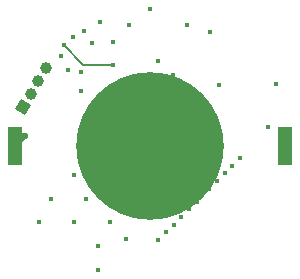
<source format=gbr>
%TF.GenerationSoftware,KiCad,Pcbnew,(6.0.11)*%
%TF.CreationDate,2023-02-20T14:16:24+01:00*%
%TF.ProjectId,cockTag,636f636b-5461-4672-9e6b-696361645f70,rev?*%
%TF.SameCoordinates,Original*%
%TF.FileFunction,Copper,L4,Bot*%
%TF.FilePolarity,Positive*%
%FSLAX46Y46*%
G04 Gerber Fmt 4.6, Leading zero omitted, Abs format (unit mm)*
G04 Created by KiCad (PCBNEW (6.0.11)) date 2023-02-20 14:16:24*
%MOMM*%
%LPD*%
G01*
G04 APERTURE LIST*
G04 Aperture macros list*
%AMHorizOval*
0 Thick line with rounded ends*
0 $1 width*
0 $2 $3 position (X,Y) of the first rounded end (center of the circle)*
0 $4 $5 position (X,Y) of the second rounded end (center of the circle)*
0 Add line between two ends*
20,1,$1,$2,$3,$4,$5,0*
0 Add two circle primitives to create the rounded ends*
1,1,$1,$2,$3*
1,1,$1,$4,$5*%
%AMRotRect*
0 Rectangle, with rotation*
0 The origin of the aperture is its center*
0 $1 length*
0 $2 width*
0 $3 Rotation angle, in degrees counterclockwise*
0 Add horizontal line*
21,1,$1,$2,0,0,$3*%
G04 Aperture macros list end*
%TA.AperFunction,ComponentPad*%
%ADD10RotRect,1.000000X1.000000X150.000000*%
%TD*%
%TA.AperFunction,ComponentPad*%
%ADD11HorizOval,1.000000X0.000000X0.000000X0.000000X0.000000X0*%
%TD*%
%TA.AperFunction,SMDPad,CuDef*%
%ADD12R,1.300000X3.200000*%
%TD*%
%TA.AperFunction,SMDPad,CuDef*%
%ADD13O,12.500000X12.500000*%
%TD*%
%TA.AperFunction,ViaPad*%
%ADD14C,0.450000*%
%TD*%
%TA.AperFunction,ViaPad*%
%ADD15C,0.600000*%
%TD*%
%TA.AperFunction,Conductor*%
%ADD16C,0.400000*%
%TD*%
%TA.AperFunction,Conductor*%
%ADD17C,0.200000*%
%TD*%
G04 APERTURE END LIST*
D10*
%TO.P,J1,1,Pin_1*%
%TO.N,GND*%
X139450000Y-96745449D03*
D11*
%TO.P,J1,2,Pin_2*%
%TO.N,SWDCLK*%
X140085000Y-95645597D03*
%TO.P,J1,3,Pin_3*%
%TO.N,SWDIO*%
X140720000Y-94545744D03*
%TO.P,J1,4,Pin_4*%
%TO.N,BOOT*%
X141355000Y-93445892D03*
%TD*%
D12*
%TO.P,BT1,1,+*%
%TO.N,VCC*%
X138750000Y-100000000D03*
X161650000Y-100000000D03*
D13*
%TO.P,BT1,2,-*%
%TO.N,GND*%
X150200000Y-100000000D03*
%TD*%
D14*
%TO.N,GND*%
X151800000Y-104500000D03*
X151175000Y-101525000D03*
X153331910Y-101793192D03*
X156000000Y-94900000D03*
X150850000Y-108000000D03*
X155000000Y-101800000D03*
X145800000Y-110500000D03*
X146800000Y-106500000D03*
X154575000Y-103050000D03*
X145299702Y-91300130D03*
X155275500Y-98600000D03*
X146000000Y-89500000D03*
X152650000Y-98900000D03*
X150200000Y-88400000D03*
X143700000Y-90800000D03*
X154186058Y-104738942D03*
X151124459Y-100725000D03*
X152200000Y-106700000D03*
X150900000Y-95200000D03*
X148200000Y-107900000D03*
X153400000Y-104300000D03*
X150900000Y-92800000D03*
X148800000Y-101500000D03*
X141800000Y-104500000D03*
X149100000Y-99900000D03*
X153475000Y-105400000D03*
X151124459Y-99950000D03*
X157800000Y-101050000D03*
X152825000Y-106050000D03*
X155226422Y-103673558D03*
X144385816Y-93782565D03*
X152100000Y-97800000D03*
X149700000Y-94000000D03*
X147100000Y-91200000D03*
X145800000Y-108500000D03*
X152325000Y-99950000D03*
X152100000Y-94000000D03*
X144800000Y-104500000D03*
X147800000Y-104500000D03*
X152325541Y-100650000D03*
X156525000Y-102350000D03*
X152300000Y-102850000D03*
X151775000Y-102125000D03*
X152675000Y-101325000D03*
X157150000Y-101700000D03*
X155875000Y-103000000D03*
X146800000Y-102500000D03*
X152943130Y-103481870D03*
X153969370Y-102430630D03*
X144370000Y-95330000D03*
X151550000Y-107350000D03*
X160900000Y-94800000D03*
X150900000Y-94000000D03*
X140800000Y-106500000D03*
X155300000Y-90400000D03*
X142700000Y-92400000D03*
X143800000Y-102500000D03*
X143800000Y-106500000D03*
%TO.N,VCC*%
X148400000Y-89800000D03*
D15*
X139600000Y-99200000D03*
X161700000Y-100000000D03*
D14*
X144600000Y-90300000D03*
X143262289Y-93620533D03*
X160182886Y-98461746D03*
X153350000Y-89750000D03*
%TO.N,GYRO_INT*%
X147038691Y-93152422D03*
X142900000Y-91500000D03*
%TD*%
D16*
%TO.N,VCC*%
X138900000Y-99850000D02*
X138900000Y-100000000D01*
X139550000Y-99200000D02*
X138750000Y-100000000D01*
X139600000Y-99200000D02*
X139550000Y-99200000D01*
D17*
%TO.N,GYRO_INT*%
X147038691Y-93152422D02*
X144552422Y-93152422D01*
X144552422Y-93152422D02*
X142900000Y-91500000D01*
%TD*%
M02*

</source>
